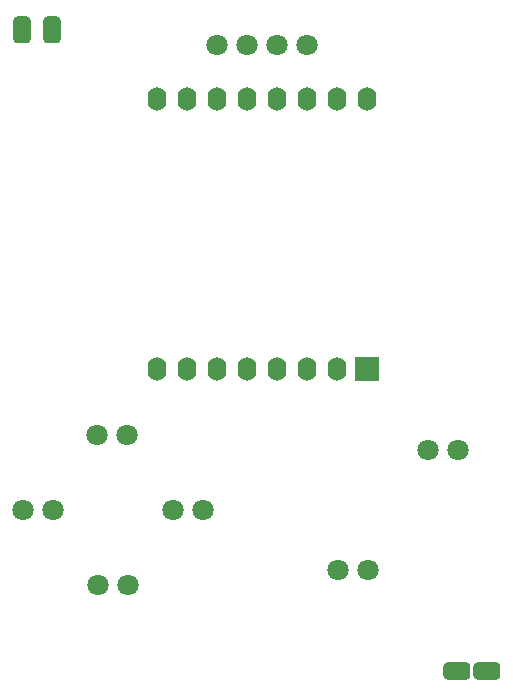
<source format=gbr>
%TF.GenerationSoftware,KiCad,Pcbnew,7.0.9+dfsg-1*%
%TF.CreationDate,2023-12-14T21:32:31+07:00*%
%TF.ProjectId,wifi,77696669-2e6b-4696-9361-645f70636258,rev?*%
%TF.SameCoordinates,Original*%
%TF.FileFunction,Soldermask,Bot*%
%TF.FilePolarity,Negative*%
%FSLAX46Y46*%
G04 Gerber Fmt 4.6, Leading zero omitted, Abs format (unit mm)*
G04 Created by KiCad (PCBNEW 7.0.9+dfsg-1) date 2023-12-14 21:32:31*
%MOMM*%
%LPD*%
G01*
G04 APERTURE LIST*
G04 Aperture macros list*
%AMRoundRect*
0 Rectangle with rounded corners*
0 $1 Rounding radius*
0 $2 $3 $4 $5 $6 $7 $8 $9 X,Y pos of 4 corners*
0 Add a 4 corners polygon primitive as box body*
4,1,4,$2,$3,$4,$5,$6,$7,$8,$9,$2,$3,0*
0 Add four circle primitives for the rounded corners*
1,1,$1+$1,$2,$3*
1,1,$1+$1,$4,$5*
1,1,$1+$1,$6,$7*
1,1,$1+$1,$8,$9*
0 Add four rect primitives between the rounded corners*
20,1,$1+$1,$2,$3,$4,$5,0*
20,1,$1+$1,$4,$5,$6,$7,0*
20,1,$1+$1,$6,$7,$8,$9,0*
20,1,$1+$1,$8,$9,$2,$3,0*%
G04 Aperture macros list end*
%ADD10C,1.800000*%
%ADD11R,2.000000X2.000000*%
%ADD12O,1.600000X2.000000*%
%ADD13RoundRect,0.381000X0.762000X0.381000X-0.762000X0.381000X-0.762000X-0.381000X0.762000X-0.381000X0*%
%ADD14RoundRect,0.381000X0.381000X-0.762000X0.381000X0.762000X-0.381000X0.762000X-0.381000X-0.762000X0*%
G04 APERTURE END LIST*
D10*
%TO.C,UP*%
X143510000Y-114300000D03*
X146050000Y-114300000D03*
%TD*%
%TO.C,LEFT*%
X137190000Y-120650000D03*
X139730000Y-120650000D03*
%TD*%
%TO.C,DOWN*%
X143540000Y-127000000D03*
X146080000Y-127000000D03*
%TD*%
%TO.C,RIGHT*%
X149890000Y-120650000D03*
X152430000Y-120650000D03*
%TD*%
%TO.C,A*%
X171480000Y-115570000D03*
X174020000Y-115570000D03*
%TD*%
%TO.C,B*%
X163860000Y-125730000D03*
X166400000Y-125730000D03*
%TD*%
%TO.C,Display*%
X153670000Y-81280000D03*
X156210000Y-81280000D03*
X158750000Y-81280000D03*
X161290000Y-81280000D03*
%TD*%
D11*
%TO.C,REF\u002A\u002A*%
X166370000Y-108735000D03*
D12*
X163830000Y-108735000D03*
X161290000Y-108735000D03*
X158750000Y-108735000D03*
X156210000Y-108735000D03*
X153670000Y-108735000D03*
X151130000Y-108735000D03*
X148590000Y-108735000D03*
X148590000Y-85875000D03*
X151130000Y-85875000D03*
X153670000Y-85875000D03*
X156210000Y-85875000D03*
X158750000Y-85875000D03*
X161290000Y-85875000D03*
X163830000Y-85875000D03*
X166370000Y-85875000D03*
%TD*%
D13*
%TO.C,5V IN*%
X176500000Y-134350000D03*
X173960000Y-134350000D03*
%TD*%
D14*
%TO.C,S1*%
X139640000Y-80010000D03*
X137100000Y-80010000D03*
%TD*%
M02*

</source>
